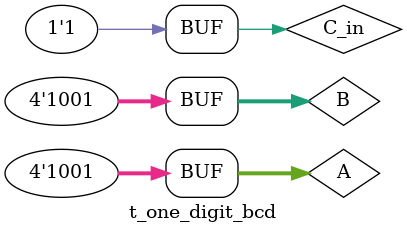
<source format=v>
`timescale 1ns/100ps

module t_one_digit_bcd();
	reg[3:0] A, B;
	reg C_in;
	wire C_out;
	wire[3:0] S;

	one_digit_bcd bcd(A, B, C_in, C_out, S);

	initial begin
		$dumpfile("one_digit_bcd.vcd");
		$dumpvars;
		A = 0; B = 0; C_in = 0;
		#50
		A = 4; B = 5; C_in = 0;
		#50
		A = 0; B = 9; C_in = 1;
		#50
		A = 9; B = 9; C_in = 1;
		#50;
	end
endmodule

</source>
